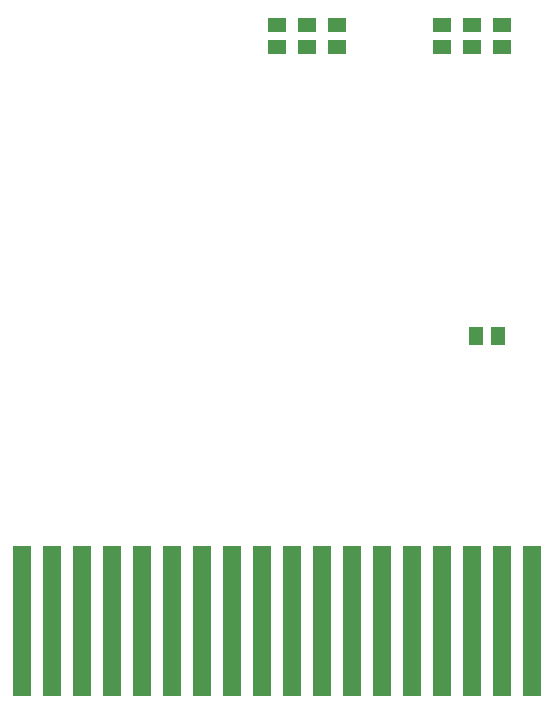
<source format=gbr>
G04 EAGLE Gerber RS-274X export*
G75*
%MOMM*%
%FSLAX34Y34*%
%LPD*%
%INSolderpaste Top*%
%IPPOS*%
%AMOC8*
5,1,8,0,0,1.08239X$1,22.5*%
G01*
%ADD10R,1.524000X12.700000*%
%ADD11R,1.500000X1.300000*%
%ADD12R,1.300000X1.500000*%


D10*
X38100Y76200D03*
X63500Y76200D03*
X88900Y76200D03*
X114300Y76200D03*
X139700Y76200D03*
X165100Y76200D03*
X190500Y76200D03*
X215900Y76200D03*
X241300Y76200D03*
X266700Y76200D03*
X292100Y76200D03*
X317500Y76200D03*
X342900Y76200D03*
X368300Y76200D03*
X393700Y76200D03*
X419100Y76200D03*
X444500Y76200D03*
X469900Y76200D03*
D11*
X254000Y581000D03*
X254000Y562000D03*
X279400Y562000D03*
X279400Y581000D03*
X304800Y562000D03*
X304800Y581000D03*
X444500Y562000D03*
X444500Y581000D03*
D12*
X422300Y317500D03*
X441300Y317500D03*
D11*
X393700Y562000D03*
X393700Y581000D03*
X419100Y562000D03*
X419100Y581000D03*
M02*

</source>
